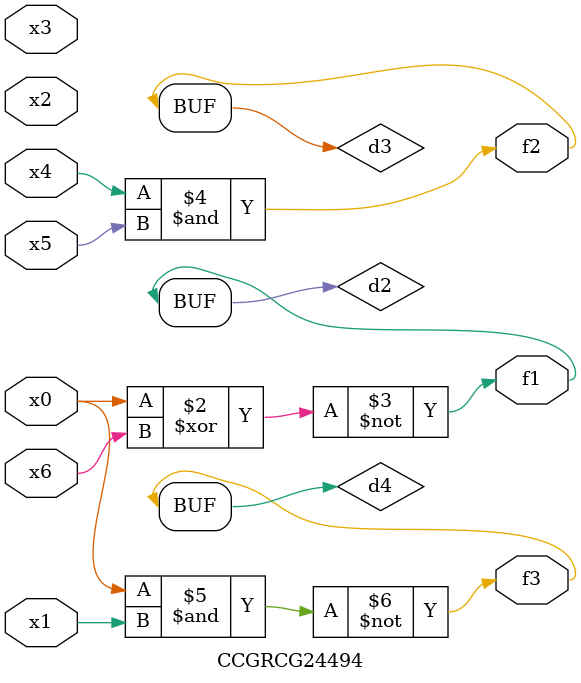
<source format=v>
module CCGRCG24494(
	input x0, x1, x2, x3, x4, x5, x6,
	output f1, f2, f3
);

	wire d1, d2, d3, d4;

	nor (d1, x0);
	xnor (d2, x0, x6);
	and (d3, x4, x5);
	nand (d4, x0, x1);
	assign f1 = d2;
	assign f2 = d3;
	assign f3 = d4;
endmodule

</source>
